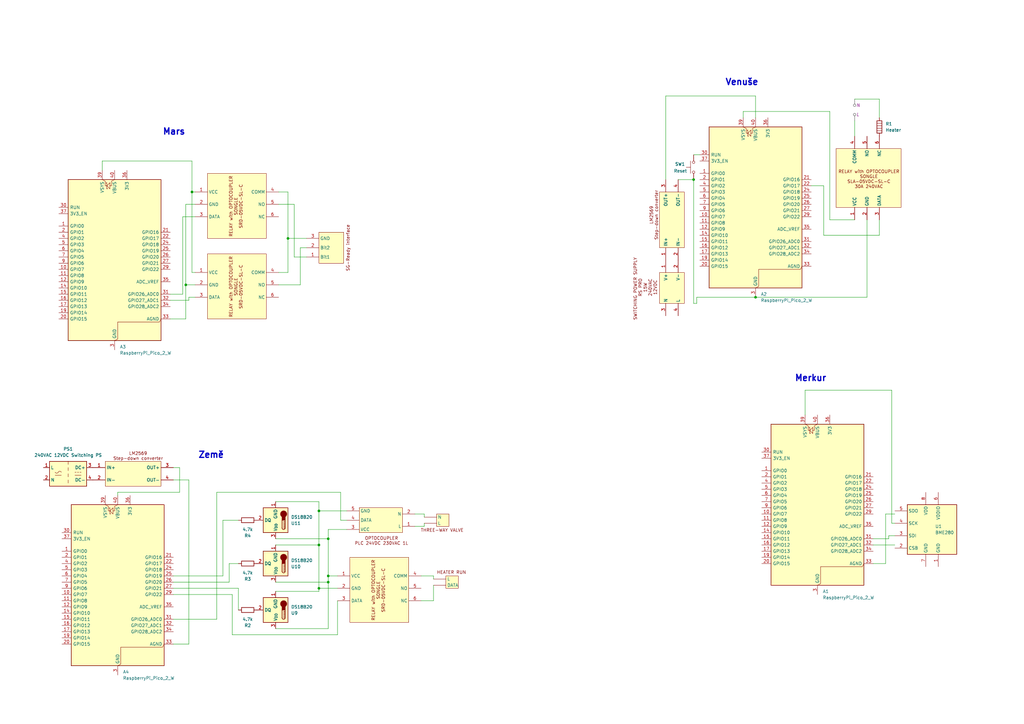
<source format=kicad_sch>
(kicad_sch (version 20250114) (generator "eeschema") (generator_version "9.0")
  (paper "A3")
  (title_block (title "Inteligentní řízení vytápění") (date "10.4.2026") (rev "1") (company "VOŠ a SPŠE Plzeň") (comment 1 "Moulis Vít"))
  (lib_symbols
    (symbol "Converter_ACDC:VTX-214-010-112"
      (property "Reference" "PS" (at 0 8.89 0))
      (property "Value" "VTX-214-010-112" (at 0 6.35 0))
      (symbol "VTX-214-010-112_0_1"
        (rectangle (start -7.62 5.08) (end 7.62 -5.08) (stroke (width 0.254)) (fill (type background)))
        (polyline (pts (xy -5.334 -0.635) (xy -2.794 -0.635)))
        (arc (start -4.064 0.635) (mid -4.699 0.2495) (end -5.334 0.635))
        (arc (start -4.064 0.635) (mid -3.429 1.0072) (end -2.794 0.635))
        (polyline (pts (xy 2.794 0.635) (xy 3.302 0.635)))
        (polyline (pts (xy 2.794 -0.635) (xy 5.334 -0.635)))
        (polyline (pts (xy 3.81 0.635) (xy 4.318 0.635)))
        (polyline (pts (xy 4.826 0.635) (xy 5.334 0.635)))
      )
      (symbol "VTX-214-010-112_1_1"
        (polyline (pts (xy 0 5.08) (xy 0 3.81)))
        (polyline (pts (xy 0 2.54) (xy 0 1.27)))
        (polyline (pts (xy 0 0) (xy 0 -1.27)))
        (polyline (pts (xy 0 -2.54) (xy 0 -3.81)))
        (pin power_in line (at -10.16 2.54 0) (length 2.54) (name "L") (number "1"))
        (pin power_in line (at -10.16 -2.54 0) (length 2.54) (name "N") (number "2"))
        (pin power_out line (at 10.16 2.54 180) (length 2.54) (name "DC+") (number "3"))
        (pin power_out line (at 10.16 -2.54 180) (length 2.54) (name "DC-") (number "4"))
      )
    )
    (symbol "Device:Heater" (pin_numbers (hide yes)) (pin_names (offset 0))
      (property "Reference" "R" (at 2.032 0 90))
      (property "Value" "Heater" (at -2.032 0 90))
      (symbol "Heater_0_1"
        (polyline (pts (xy -1.016 1.524) (xy 1.016 1.524)))
        (rectangle (start -1.016 -2.54) (end 1.016 2.54) (stroke (width 0.254)))
        (polyline (pts (xy 1.016 0.508) (xy -1.016 0.508)))
        (polyline (pts (xy 1.016 -0.508) (xy -1.016 -0.508)))
        (polyline (pts (xy 1.016 -1.524) (xy -1.016 -1.524)))
      )
      (symbol "Heater_1_1"
        (pin passive line (at 0 3.81 270) (length 1.27) (name "~") (number "1"))
        (pin passive line (at 0 -3.81 90) (length 1.27) (name "~") (number "2"))
      )
    )
    (symbol "Device:R" (pin_numbers (hide yes)) (pin_names (offset 0))
      (property "Reference" "R" (at 2.032 0 90))
      (property "Value" "R" (at 0 0 90))
      (symbol "R_0_1"
        (rectangle (start -1.016 -2.54) (end 1.016 2.54) (stroke (width 0.254)))
      )
      (symbol "R_1_1"
        (pin passive line (at 0 3.81 270) (length 1.27) (name "~") (number "1"))
        (pin passive line (at 0 -3.81 90) (length 1.27) (name "~") (number "2"))
      )
    )
    (symbol "MCU_Module:RaspberryPi_Pico_W" (pin_names (offset 0.762))
      (property "Reference" "A" (at -19.05 35.56 0))
      (property "Value" "RaspberryPi_Pico_W" (at 7.62 35.56 0))
      (symbol "RaspberryPi_Pico_W_0_1"
        (rectangle (start -19.05 34.29) (end 19.05 -31.75) (stroke (width 0.254)) (fill (type background)))
        (polyline (pts (xy -5.08 34.29) (xy -3.81 33.655) (xy -3.81 31.75) (xy -3.175 31.75)))
        (polyline (pts (xy -3.429 32.766) (xy -3.429 33.02) (xy -3.175 33.02) (xy -3.175 30.48) (xy -2.921 30.48) (xy -2.921 30.734)))
        (polyline (pts (xy -3.175 31.75) (xy -1.905 33.02) (xy -1.905 30.48) (xy -3.175 31.75)))
        (polyline (pts (xy 0 34.29) (xy -1.27 33.655) (xy -1.27 31.75) (xy -1.905 31.75)))
        (polyline (pts (xy 0 -31.75) (xy 1.27 -31.115) (xy 1.27 -24.13) (xy 18.415 -24.13) (xy 19.05 -22.86)))
      )
      (symbol "RaspberryPi_Pico_W_1_1"
        (pin passive line (at -22.86 22.86 0) (length 3.81) (name "RUN") (number "30"))
        (pin passive line (at -22.86 20.32 0) (length 3.81) (name "3V3_EN") (number "37"))
        (pin bidirectional line (at -22.86 15.24 0) (length 3.81) (name "GPIO0") (number "1"))
        (pin bidirectional line (at -22.86 12.7 0) (length 3.81) (name "GPIO1") (number "2"))
        (pin bidirectional line (at -22.86 10.16 0) (length 3.81) (name "GPIO2") (number "4"))
        (pin bidirectional line (at -22.86 7.62 0) (length 3.81) (name "GPIO3") (number "5"))
        (pin bidirectional line (at -22.86 5.08 0) (length 3.81) (name "GPIO4") (number "6"))
        (pin bidirectional line (at -22.86 2.54 0) (length 3.81) (name "GPIO5") (number "7"))
        (pin bidirectional line (at -22.86 0 0) (length 3.81) (name "GPIO6") (number "9"))
        (pin bidirectional line (at -22.86 -2.54 0) (length 3.81) (name "GPIO7") (number "10"))
        (pin bidirectional line (at -22.86 -5.08 0) (length 3.81) (name "GPIO8") (number "11"))
        (pin bidirectional line (at -22.86 -7.62 0) (length 3.81) (name "GPIO9") (number "12"))
        (pin bidirectional line (at -22.86 -10.16 0) (length 3.81) (name "GPIO10") (number "14"))
        (pin bidirectional line (at -22.86 -12.7 0) (length 3.81) (name "GPIO11") (number "15"))
        (pin bidirectional line (at -22.86 -15.24 0) (length 3.81) (name "GPIO12") (number "16"))
        (pin bidirectional line (at -22.86 -17.78 0) (length 3.81) (name "GPIO13") (number "17"))
        (pin bidirectional line (at -22.86 -20.32 0) (length 3.81) (name "GPIO14") (number "19"))
        (pin bidirectional line (at -22.86 -22.86 0) (length 3.81) (name "GPIO15") (number "20"))
        (pin power_in line (at -5.08 38.1 270) (length 3.81) (name "VSYS") (number "39"))
        (pin power_out line (at 0 38.1 270) (length 3.81) (name "VBUS") (number "40"))
        (pin passive line (at 0 -35.56 90) (length 3.81) (hide yes) (name "GND") (number "13"))
        (pin passive line (at 0 -35.56 90) (length 3.81) (hide yes) (name "GND") (number "18"))
        (pin passive line (at 0 -35.56 90) (length 3.81) (hide yes) (name "GND") (number "23"))
        (pin passive line (at 0 -35.56 90) (length 3.81) (hide yes) (name "GND") (number "28"))
        (pin power_out line (at 0 -35.56 90) (length 3.81) (name "GND") (number "3"))
        (pin passive line (at 0 -35.56 90) (length 3.81) (hide yes) (name "GND") (number "38"))
        (pin passive line (at 0 -35.56 90) (length 3.81) (hide yes) (name "GND") (number "8"))
        (pin power_out line (at 5.08 38.1 270) (length 3.81) (name "3V3") (number "36"))
        (pin bidirectional line (at 22.86 12.7 180) (length 3.81) (name "GPIO16") (number "21"))
        (pin bidirectional line (at 22.86 10.16 180) (length 3.81) (name "GPIO17") (number "22"))
        (pin bidirectional line (at 22.86 7.62 180) (length 3.81) (name "GPIO18") (number "24"))
        (pin bidirectional line (at 22.86 5.08 180) (length 3.81) (name "GPIO19") (number "25"))
        (pin bidirectional line (at 22.86 2.54 180) (length 3.81) (name "GPIO20") (number "26"))
        (pin bidirectional line (at 22.86 0 180) (length 3.81) (name "GPIO21") (number "27"))
        (pin bidirectional line (at 22.86 -2.54 180) (length 3.81) (name "GPIO22") (number "29"))
        (pin power_in line (at 22.86 -7.62 180) (length 3.81) (name "ADC_VREF") (number "35"))
        (pin bidirectional line (at 22.86 -12.7 180) (length 3.81) (name "GPIO26_ADC0") (number "31"))
        (pin bidirectional line (at 22.86 -15.24 180) (length 3.81) (name "GPIO27_ADC1") (number "32"))
        (pin bidirectional line (at 22.86 -17.78 180) (length 3.81) (name "GPIO28_ADC2") (number "34"))
        (pin power_out line (at 22.86 -22.86 180) (length 3.81) (name "AGND") (number "33"))
      )
    )
    (symbol "Sensor:BME280"
      (property "Reference" "U" (at -8.89 11.43 0))
      (property "Value" "BME280" (at 7.62 11.43 0))
      (symbol "BME280_0_1"
        (rectangle (start -10.16 10.16) (end 10.16 -10.16) (stroke (width 0.254)) (fill (type background)))
      )
      (symbol "BME280_1_1"
        (pin power_in line (at -2.54 15.24 270) (length 5.08) (name "VDDIO") (number "6"))
        (pin power_in line (at -2.54 -15.24 90) (length 5.08) (name "GND") (number "1"))
        (pin power_in line (at 2.54 15.24 270) (length 5.08) (name "VDD") (number "8"))
        (pin power_in line (at 2.54 -15.24 90) (length 5.08) (name "GND") (number "7"))
        (pin bidirectional line (at 15.24 7.62 180) (length 5.08) (name "SDO") (number "5"))
        (pin input line (at 15.24 2.54 180) (length 5.08) (name "SCK") (number "4"))
        (pin bidirectional line (at 15.24 -2.54 180) (length 5.08) (name "SDI") (number "3"))
        (pin input line (at 15.24 -7.62 180) (length 5.08) (name "CSB") (number "2"))
      )
    )
    (symbol "Sensor_Temperature:DS18B20"
      (property "Reference" "U" (at -3.81 6.35 0))
      (property "Value" "DS18B20" (at 6.35 6.35 0))
      (symbol "DS18B20_0_1"
        (rectangle (start -5.08 5.08) (end 5.08 -5.08) (stroke (width 0.254)) (fill (type background)))
        (polyline (pts (xy -3.937 3.175) (xy -3.937 0)) (stroke (width 0.254)))
        (polyline (pts (xy -3.937 3.175) (xy -3.302 3.175)) (stroke (width 0.254)))
        (polyline (pts (xy -3.937 2.54) (xy -3.302 2.54)) (stroke (width 0.254)))
        (polyline (pts (xy -3.937 1.905) (xy -3.302 1.905)) (stroke (width 0.254)))
        (polyline (pts (xy -3.937 1.27) (xy -3.302 1.27)) (stroke (width 0.254)))
        (polyline (pts (xy -3.937 0.635) (xy -3.302 0.635)) (stroke (width 0.254)))
        (arc (start -3.937 3.175) (mid -3.302 3.8073) (end -2.667 3.175) (stroke (width 0.254)))
        (circle (center -3.302 -2.54) (radius 1.27) (stroke (width 0.254)) (fill (type outline)))
        (polyline (pts (xy -2.667 3.175) (xy -2.667 0)) (stroke (width 0.254)))
        (rectangle (start -2.667 -1.905) (end -3.937 0) (stroke (width 0.254)) (fill (type outline)))
      )
      (symbol "DS18B20_1_1"
        (pin power_in line (at 0 7.62 270) (length 2.54) (name "V_{DD}") (number "3"))
        (pin power_in line (at 0 -7.62 90) (length 2.54) (name "GND") (number "1"))
        (pin bidirectional line (at 7.62 0 180) (length 2.54) (name "DQ") (number "2"))
      )
    )
    (symbol "Switch:SW_Push" (pin_numbers (hide yes)) (pin_names (offset 1.016) (hide yes))
      (property "Reference" "SW" (at 1.27 2.54 0))
      (property "Value" "SW_Push" (at 0 -1.524 0))
      (symbol "SW_Push_0_1"
        (circle (center -2.032 0) (radius 0.508))
        (polyline (pts (xy 0 1.27) (xy 0 3.048)))
        (circle (center 2.032 0) (radius 0.508))
        (polyline (pts (xy 2.54 1.27) (xy -2.54 1.27)))
        (pin passive line (at -5.08 0 0) (length 2.54) (name "1") (number "1"))
        (pin passive line (at 5.08 0 180) (length 2.54) (name "2") (number "2"))
      )
    )
    (symbol "_custom:LM2569"
      (property "Reference" "LM2569" (at 0 -0.254 0))
      (symbol "LM2569_0_1"
        (rectangle (start -11.43 5.08) (end 11.43 -5.08) (fill (type background)))
      )
      (symbol "LM2569_1_1"
        (text "LM2569\nStep-down converter" (at 2.032 7.366 0) (effects (font (size 1.27 1.27))))
        (pin power_in line (at -16.51 2.54 0) (length 5.08) (name "IN+") (number "1"))
        (pin power_in line (at -16.51 -2.54 0) (length 5.08) (name "IN-") (number "2"))
        (pin power_out line (at 16.51 2.54 180) (length 5.08) (name "OUT+") (number "3"))
        (pin power_out line (at 16.51 -2.54 180) (length 5.08) (name "OUT-") (number "4"))
      )
    )
    (symbol "_custom:Rele"
      (symbol "Rele_0_1"
        (rectangle (start -13.97 10.16) (end 12.7 -13.97) (fill (type background)))
      )
      (symbol "Rele_1_1"
        (text "RELAY with OPTOCOUPLER\nSONGLE\nSRD-05VDC-SL-C" (at -0.508 -2.286 0) (effects (font (size 1.27 1.27))))
        (pin output line (at -6.35 15.24 270) (length 5.08) (name "COMM") (number "4"))
        (pin power_out line (at -6.35 -19.05 90) (length 5.08) (name "VCC") (number "1"))
        (pin output line (at -1.27 15.24 270) (length 5.08) (name "NO") (number "5"))
        (pin power_out line (at -1.27 -19.05 90) (length 5.08) (name "GND") (number "2"))
        (pin output line (at 3.81 15.24 270) (length 5.08) (name "NC") (number "6"))
        (pin input line (at 3.81 -19.05 90) (length 5.08) (name "DATA") (number "3"))
      )
    )
    (symbol "_custom:SG-READY"
      (symbol "SG-READY_0_1"
        (rectangle (start -6.35 5.08) (end 6.35 -5.08) (fill (type background)))
      )
      (symbol "SG-READY_1_1"
        (text "SG-Ready interface" (at 0 -6.858 0) (effects (font (size 1.27 1.27))))
        (pin input line (at -3.81 10.16 270) (length 5.08) (name "Bit1") (number "1"))
        (pin input line (at 0 10.16 270) (length 5.08) (name "Bit2") (number "2"))
        (pin power_in line (at 3.81 10.16 270) (length 5.08) (name "GND") (number "3"))
      )
    )
    (symbol "_custom:Stykač"
      (symbol "Stykač_0_1"
        (rectangle (start -13.97 10.16) (end 12.7 -13.97) (fill (type background)))
      )
      (symbol "Stykač_1_1"
        (text "RELAY with OPTOCOUPLER\nSONGLE\nSLA-05VDC-SL-C\n30A 240VAC" (at -0.508 -2.286 0) (effects (font (size 1.27 1.27))))
        (pin output line (at -6.35 15.24 270) (length 5.08) (name "COMM") (number "4"))
        (pin power_out line (at -6.35 -19.05 90) (length 5.08) (name "VCC") (number "1"))
        (pin output line (at -1.27 15.24 270) (length 5.08) (name "NO") (number "5"))
        (pin power_out line (at -1.27 -19.05 90) (length 5.08) (name "GND") (number "2"))
        (pin output line (at 3.81 15.24 270) (length 5.08) (name "NC") (number "6"))
        (pin input line (at 3.81 -19.05 90) (length 5.08) (name "DATA") (number "3"))
      )
    )
    (symbol "_custom:kotel_bypass"
      (symbol "kotel_bypass_0_1"
        (rectangle (start -2.54 2.54) (end 2.54 -2.54) (fill (type background)))
      )
      (symbol "kotel_bypass_1_1"
        (text "HEATER RUN" (at 0.254 4.064 0) (effects (font (size 1.27 1.27))))
        (pin output line (at 7.62 1.27 180) (length 5.08) (name "L") (number ""))
        (pin input line (at 7.62 -1.27 180) (length 5.08) (name "DATA") (number ""))
      )
    )
    (symbol "_custom:optočlen"
      (symbol "optočlen_0_1"
        (rectangle (start -8.89 5.08) (end 8.89 -5.08) (fill (type background)))
      )
      (symbol "optočlen_1_1"
        (text "OPTOCOUPLER\nPLC 24VDC 230VAC 1L" (at -0.254 8.382 0) (effects (font (size 1.27 1.27))))
        (pin input line (at -13.97 2.54 0) (length 5.08) (name "L") (number "1"))
        (pin input line (at -13.97 -2.54 0) (length 5.08) (name "N") (number "2"))
        (pin input line (at 13.97 3.81 180) (length 5.08) (name "VCC") (number "3"))
        (pin output line (at 13.97 0 180) (length 5.08) (name "DATA") (number "4"))
        (pin input line (at 13.97 -3.81 180) (length 5.08) (name "GND") (number "5"))
      )
    )
    (symbol "_custom:ventil"
      (symbol "ventil_1_1"
        (rectangle (start -2.54 2.54) (end 2.54 -2.54) (fill (type background)))
        (text "THREE-WAY VALVE" (at 0.254 4.064 0) (effects (font (size 1.27 1.27))))
        (pin output line (at 7.62 1.27 180) (length 5.08) (name "L") (number ""))
        (pin output line (at 7.62 -1.27 180) (length 5.08) (name "N") (number ""))
      )
    )
    (symbol "_custom:zdroj"
      (symbol "zdroj_1_1"
        (rectangle (start -3.81 6.35) (end 6.35 -6.35) (fill (type background)))
        (text "SWITCHING POWER SUPPLY \nRS PRO\n15W\n240VAC\n12VDC" (at -9.652 0.254 900) (effects (font (size 1.27 1.27))))
        (pin power_out line (at -1.27 11.43 270) (length 5.08) (name "V+") (number "1"))
        (pin power_in line (at -1.27 -11.43 90) (length 5.08) (name "N") (number "3"))
        (pin power_out line (at 3.81 11.43 270) (length 5.08) (name "V-") (number "2"))
        (pin power_in line (at 3.81 -11.43 90) (length 5.08) (name "L") (number "4"))
      )
    )
  )
  (text "Mars" (at 71.374 54.102 0) (effects (font (size 2.54 2.54) (thickness 0.508) (bold yes))))
  (text "Země" (at 86.614 186.69 0) (effects (font (size 2.54 2.54) (thickness 0.508) (bold yes))))
  (text "Merkur" (at 332.486 155.194 0) (effects (font (size 2.54 2.54) (thickness 0.508) (bold yes))))
  (text "Venuše" (at 304.292 33.782 0) (effects (font (size 2.54 2.54) (thickness 0.508) (bold yes))))
  (junction (at 76.2 116.84))
  (junction (at 134.62 220.98))
  (junction (at 130.81 241.3))
  (junction (at 284.48 73.66))
  (junction (at 78.74 78.74))
  (junction (at 130.81 209.55))
  (junction (at 118.11 97.79))
  (junction (at 134.62 236.22))
  (junction (at 309.88 121.92))
  (junction (at 134.62 238.76))
  (junction (at 130.81 223.52))
  (wire (pts (xy 78.74 66.04) (xy 78.74 78.74)))
  (wire (pts (xy 77.47 196.85) (xy 77.47 264.16)))
  (wire (pts (xy 134.62 236.22) (xy 138.43 236.22)))
  (wire (pts (xy 350.52 40.64) (xy 360.68 40.64)))
  (wire (pts (xy 123.19 101.6) (xy 125.73 101.6)))
  (wire (pts (xy 360.68 40.64) (xy 360.68 48.26)))
  (wire (pts (xy 71.12 241.3) (xy 97.79 241.3)))
  (wire (pts (xy 71.12 243.84) (xy 95.25 243.84)))
  (wire (pts (xy 340.36 45.72) (xy 340.36 90.17)))
  (wire (pts (xy 130.81 209.55) (xy 130.81 223.52)))
  (wire (pts (xy 142.24 217.17) (xy 134.62 217.17)))
  (wire (pts (xy 78.74 111.76) (xy 80.01 111.76)))
  (wire (pts (xy 71.12 238.76) (xy 93.98 238.76)))
  (wire (pts (xy 76.2 130.81) (xy 76.2 116.84)))
  (wire (pts (xy 139.7 213.36) (xy 142.24 213.36)))
  (wire (pts (xy 69.85 130.81) (xy 76.2 130.81)))
  (wire (pts (xy 139.7 201.93) (xy 139.7 213.36)))
  (wire (pts (xy 113.03 205.74) (xy 130.81 205.74)))
  (wire (pts (xy 285.75 121.92) (xy 309.88 121.92)))
  (wire (pts (xy 337.82 96.52) (xy 337.82 76.2)))
  (wire (pts (xy 95.25 243.84) (xy 95.25 260.35)))
  (wire (pts (xy 77.47 264.16) (xy 71.12 264.16)))
  (wire (pts (xy 120.65 83.82) (xy 120.65 105.41)))
  (wire (pts (xy 114.3 83.82) (xy 120.65 83.82)))
  (wire (pts (xy 172.72 246.38) (xy 177.8 246.38)))
  (wire (pts (xy 91.44 213.36) (xy 97.79 213.36)))
  (wire (pts (xy 123.19 116.84) (xy 123.19 101.6)))
  (wire (pts (xy 363.22 231.14) (xy 363.22 210.82)))
  (wire (pts (xy 358.14 220.98) (xy 364.49 220.98)))
  (wire (pts (xy 337.82 76.2) (xy 332.74 76.2)))
  (wire (pts (xy 41.91 66.04) (xy 78.74 66.04)))
  (wire (pts (xy 170.18 215.9) (xy 173.99 215.9)))
  (wire (pts (xy 364.49 219.71) (xy 367.03 219.71)))
  (wire (pts (xy 134.62 220.98) (xy 134.62 236.22)))
  (wire (pts (xy 88.9 254) (xy 88.9 201.93)))
  (wire (pts (xy 74.93 88.9) (xy 80.01 88.9)))
  (wire (pts (xy 130.81 223.52) (xy 130.81 241.3)))
  (wire (pts (xy 358.14 223.52) (xy 367.03 223.52)))
  (wire (pts (xy 360.68 96.52) (xy 337.82 96.52)))
  (wire (pts (xy 360.68 90.17) (xy 360.68 96.52)))
  (wire (pts (xy 177.8 236.22) (xy 177.8 237.49)))
  (wire (pts (xy 134.62 217.17) (xy 134.62 220.98)))
  (wire (pts (xy 118.11 97.79) (xy 125.73 97.79)))
  (wire (pts (xy 114.3 78.74) (xy 118.11 78.74)))
  (wire (pts (xy 76.2 116.84) (xy 76.2 83.82)))
  (wire (pts (xy 71.12 196.85) (xy 77.47 196.85)))
  (wire (pts (xy 130.81 209.55) (xy 142.24 209.55)))
  (wire (pts (xy 48.26 201.93) (xy 48.26 203.2)))
  (wire (pts (xy 93.98 238.76) (xy 93.98 231.14)))
  (wire (pts (xy 173.99 215.9) (xy 173.99 214.63)))
  (wire (pts (xy 340.36 90.17) (xy 350.52 90.17)))
  (wire (pts (xy 71.12 254) (xy 88.9 254)))
  (wire (pts (xy 91.44 236.22) (xy 91.44 213.36)))
  (wire (pts (xy 363.22 210.82) (xy 367.03 210.82)))
  (wire (pts (xy 113.03 242.57) (xy 130.81 242.57)))
  (wire (pts (xy 134.62 236.22) (xy 134.62 238.76)))
  (wire (pts (xy 88.9 201.93) (xy 139.7 201.93)))
  (wire (pts (xy 76.2 83.82) (xy 80.01 83.82)))
  (wire (pts (xy 278.13 73.66) (xy 284.48 73.66)))
  (wire (pts (xy 138.43 260.35) (xy 138.43 246.38)))
  (wire (pts (xy 172.72 236.22) (xy 177.8 236.22)))
  (wire (pts (xy 273.05 73.66) (xy 273.05 39.37)))
  (wire (pts (xy 365.76 160.02) (xy 365.76 214.63)))
  (wire (pts (xy 130.81 205.74) (xy 130.81 209.55)))
  (wire (pts (xy 69.85 123.19) (xy 77.47 123.19)))
  (wire (pts (xy 284.48 73.66) (xy 284.48 124.46)))
  (wire (pts (xy 77.47 121.92) (xy 80.01 121.92)))
  (wire (pts (xy 365.76 214.63) (xy 367.03 214.63)))
  (wire (pts (xy 76.2 116.84) (xy 80.01 116.84)))
  (wire (pts (xy 330.2 170.18) (xy 330.2 160.02)))
  (wire (pts (xy 93.98 231.14) (xy 97.79 231.14)))
  (wire (pts (xy 304.8 48.26) (xy 304.8 45.72)))
  (wire (pts (xy 350.52 49.53) (xy 350.52 55.88)))
  (wire (pts (xy 120.65 105.41) (xy 125.73 105.41)))
  (wire (pts (xy 78.74 78.74) (xy 78.74 111.76)))
  (wire (pts (xy 309.88 39.37) (xy 309.88 48.26)))
  (wire (pts (xy 41.91 69.85) (xy 41.91 66.04)))
  (wire (pts (xy 118.11 111.76) (xy 118.11 97.79)))
  (wire (pts (xy 73.66 201.93) (xy 48.26 201.93)))
  (wire (pts (xy 97.79 241.3) (xy 97.79 250.19)))
  (wire (pts (xy 77.47 123.19) (xy 77.47 121.92)))
  (wire (pts (xy 95.25 260.35) (xy 138.43 260.35)))
  (wire (pts (xy 118.11 78.74) (xy 118.11 97.79)))
  (wire (pts (xy 170.18 210.82) (xy 173.99 210.82)))
  (wire (pts (xy 134.62 238.76) (xy 134.62 257.81)))
  (wire (pts (xy 130.81 223.52) (xy 113.03 223.52)))
  (wire (pts (xy 114.3 116.84) (xy 123.19 116.84)))
  (wire (pts (xy 273.05 39.37) (xy 309.88 39.37)))
  (wire (pts (xy 69.85 120.65) (xy 74.93 120.65)))
  (wire (pts (xy 177.8 246.38) (xy 177.8 240.03)))
  (wire (pts (xy 73.66 191.77) (xy 73.66 201.93)))
  (wire (pts (xy 173.99 210.82) (xy 173.99 212.09)))
  (wire (pts (xy 284.48 63.5) (xy 287.02 63.5)))
  (wire (pts (xy 113.03 220.98) (xy 134.62 220.98)))
  (wire (pts (xy 113.03 238.76) (xy 134.62 238.76)))
  (wire (pts (xy 285.75 124.46) (xy 285.75 121.92)))
  (wire (pts (xy 304.8 45.72) (xy 340.36 45.72)))
  (wire (pts (xy 78.74 78.74) (xy 80.01 78.74)))
  (wire (pts (xy 355.6 121.92) (xy 355.6 90.17)))
  (wire (pts (xy 71.12 191.77) (xy 73.66 191.77)))
  (wire (pts (xy 358.14 231.14) (xy 363.22 231.14)))
  (wire (pts (xy 130.81 242.57) (xy 130.81 241.3)))
  (wire (pts (xy 138.43 241.3) (xy 130.81 241.3)))
  (wire (pts (xy 284.48 124.46) (xy 285.75 124.46)))
  (wire (pts (xy 74.93 120.65) (xy 74.93 88.9)))
  (wire (pts (xy 364.49 219.71) (xy 364.49 220.98)))
  (wire (pts (xy 114.3 111.76) (xy 118.11 111.76)))
  (wire (pts (xy 71.12 236.22) (xy 91.44 236.22)))
  (wire (pts (xy 330.2 160.02) (xy 365.76 160.02)))
  (wire (pts (xy 309.88 121.92) (xy 355.6 121.92)))
  (wire (pts (xy 134.62 257.81) (xy 113.03 257.81)))
  (netclass_flag "" (length 2.54) (shape round) (at 350.52 40.64 180) (property "Component Class" "N" (at 351.2185 43.18 0) (effects (font (italic yes)) (justify left))))
  (netclass_flag "" (length 2.54) (shape round) (at 350.52 49.53 0) (property "Component Class" "L" (at 351.2185 46.99 0) (effects (font (italic yes)) (justify left))))
  (symbol (lib_id "MCU_Module:RaspberryPi_Pico_W") (at 309.88 86.36 0) (unit 1)
    (property "Reference" "A2" (at 312.0233 120.65 0) (effects (justify left)))
    (property "Value" "RaspberryPi_Pico_2_W" (at 312.0233 123.19 0) (effects (justify left)))
    (property "Footprint" "Module:RaspberryPi_Pico_W_SMD_HandSolder" (effects (hide yes)))
    (property "Datasheet" "https://datasheets.raspberrypi.com/picow/pico-w-datasheet.pdf" (effects (hide yes)))
    (property "Description" "Versatile and inexpensive wireless microcontroller module powered by RP2040 dual-core Arm Cortex-M0+ processor up to 133 MHz, 264kB SRAM, 2MB QSPI flash, Infineon CYW43439 2.4GHz 802.11n wireless LAN; also supports Raspberry Pi Pico 2 W" (effects (hide yes)))
  )
  (symbol (lib_id "MCU_Module:RaspberryPi_Pico_W") (at 46.99 107.95 0) (unit 1)
    (property "Reference" "A3" (at 49.1333 142.24 0) (effects (justify left)))
    (property "Value" "RaspberryPi_Pico_2_W" (at 49.1333 144.78 0) (effects (justify left)))
    (property "Footprint" "Module:RaspberryPi_Pico_W_SMD_HandSolder" (effects (hide yes)))
    (property "Datasheet" "https://datasheets.raspberrypi.com/picow/pico-w-datasheet.pdf" (effects (hide yes)))
    (property "Description" "Versatile and inexpensive wireless microcontroller module powered by RP2040 dual-core Arm Cortex-M0+ processor up to 133 MHz, 264kB SRAM, 2MB QSPI flash, Infineon CYW43439 2.4GHz 802.11n wireless LAN; also supports Raspberry Pi Pico 2 W" (effects (hide yes)))
  )
  (symbol (lib_id "Device:Heater") (at 360.68 52.07 180) (unit 1)
    (property "Reference" "R1" (at 363.22 50.7999 0) (effects (justify right)))
    (property "Value" "Heater" (at 363.22 53.3399 0) (effects (justify right)))
    (property "Description" "Resistive heater" (effects (hide yes)))
  )
  (symbol (lib_id "_custom:LM2569") (at 275.59 90.17 90) (unit 1)
    (property "Reference" "LM1" (effects (hide yes)))
  )
  (symbol (lib_id "Switch:SW_Push") (at 284.48 68.58 90) (unit 1)
    (property "Reference" "SW1" (at 276.86 67.31 90) (effects (justify right)))
    (property "Value" "Reset" (at 276.352 70.104 90) (effects (justify right)))
    (property "Description" "Push button switch, generic, two pins" (effects (hide yes)))
  )
  (symbol (lib_id "Converter_ACDC:VTX-214-010-112") (at 27.94 194.31 0) (unit 1)
    (property "Reference" "PS1" (at 27.94 184.15 0))
    (property "Value" "240VAC 12VDC Switching PS" (at 27.94 186.69 0))
    (property "Footprint" "Converter_ACDC:Converter_ACDC_Vigortronix_VTX-214-010-1xx_THT" (effects (hide yes)))
    (property "Datasheet" "http://www.vigortronix.com/10WattACDCPCBPowerModule.aspx" (effects (hide yes)))
    (property "Description" "12V Vigortronix 10W ACDC Converters" (effects (hide yes)))
  )
  (symbol (lib_id "_custom:kotel_bypass") (at 185.42 238.76 0) (mirror y) (unit 1)
    (property "Reference" "U13" (effects (hide yes)))
  )
  (symbol (lib_id "_custom:Stykač") (at 356.87 71.12 0) (unit 1)
    (property "Reference" "U2" (effects (hide yes)))
  )
  (symbol (lib_id "_custom:Rele") (at 99.06 118.11 270) (unit 1)
    (property "Reference" "U5" (effects (hide yes)))
  )
  (symbol (lib_id "Sensor_Temperature:DS18B20") (at 113.03 250.19 180) (unit 1)
    (property "Reference" "U9" (at 119.38 251.4601 0) (effects (justify right)))
    (property "Value" "DS18B20" (at 119.38 248.9201 0) (effects (justify right)))
    (property "Footprint" "Package_TO_SOT_THT:TO-92_Inline" (effects (hide yes)))
    (property "Datasheet" "http://datasheets.maximintegrated.com/en/ds/DS18B20.pdf" (effects (hide yes)))
    (property "Description" "Programmable Resolution 1-Wire Digital Thermometer TO-92" (effects (hide yes)))
  )
  (symbol (lib_id "Device:R") (at 101.6 231.14 270) (unit 1)
    (property "Reference" "R3" (at 101.6 237.49 90))
    (property "Value" "4.7k" (at 101.6 234.95 90))
    (property "Description" "Resistor" (effects (hide yes)))
  )
  (symbol (lib_id "Sensor_Temperature:DS18B20") (at 113.03 213.36 180) (unit 1)
    (property "Reference" "U11" (at 119.38 214.6301 0) (effects (justify right)))
    (property "Value" "DS18B20" (at 119.38 212.0901 0) (effects (justify right)))
    (property "Footprint" "Package_TO_SOT_THT:TO-92_Inline" (effects (hide yes)))
    (property "Datasheet" "http://datasheets.maximintegrated.com/en/ds/DS18B20.pdf" (effects (hide yes)))
    (property "Description" "Programmable Resolution 1-Wire Digital Thermometer TO-92" (effects (hide yes)))
  )
  (symbol (lib_id "MCU_Module:RaspberryPi_Pico_W") (at 335.28 208.28 0) (unit 1)
    (property "Reference" "A1" (at 337.4233 242.57 0) (effects (justify left)))
    (property "Value" "RaspberryPi_Pico_2_W" (at 337.4233 245.11 0) (effects (justify left)))
    (property "Footprint" "Module:RaspberryPi_Pico_W_SMD_HandSolder" (effects (hide yes)))
    (property "Datasheet" "https://datasheets.raspberrypi.com/picow/pico-w-datasheet.pdf" (effects (hide yes)))
    (property "Description" "Versatile and inexpensive wireless microcontroller module powered by RP2040 dual-core Arm Cortex-M0+ processor up to 133 MHz, 264kB SRAM, 2MB QSPI flash, Infineon CYW43439 2.4GHz 802.11n wireless LAN; also supports Raspberry Pi Pico 2 W" (effects (hide yes)))
  )
  (symbol (lib_id "MCU_Module:RaspberryPi_Pico_W") (at 48.26 241.3 0) (unit 1)
    (property "Reference" "A4" (at 50.4033 275.59 0) (effects (justify left)))
    (property "Value" "RaspberryPi_Pico_2_W" (at 50.4033 278.13 0) (effects (justify left)))
    (property "Footprint" "Module:RaspberryPi_Pico_W_SMD_HandSolder" (effects (hide yes)))
    (property "Datasheet" "https://datasheets.raspberrypi.com/picow/pico-w-datasheet.pdf" (effects (hide yes)))
    (property "Description" "Versatile and inexpensive wireless microcontroller module powered by RP2040 dual-core Arm Cortex-M0+ processor up to 133 MHz, 264kB SRAM, 2MB QSPI flash, Infineon CYW43439 2.4GHz 802.11n wireless LAN; also supports Raspberry Pi Pico 2 W" (effects (hide yes)))
  )
  (symbol (lib_id "_custom:LM2569") (at 54.61 194.31 0) (unit 1)
    (property "Reference" "LM2" (effects (hide yes)))
  )
  (symbol (lib_id "_custom:zdroj") (at 274.32 118.11 0) (unit 1)
    (property "Reference" "U3" (effects (hide yes)))
  )
  (symbol (lib_id "Device:R") (at 101.6 250.19 270) (unit 1)
    (property "Reference" "R2" (at 101.6 256.54 90))
    (property "Value" "4.7k" (at 101.6 254 90))
    (property "Description" "Resistor" (effects (hide yes)))
  )
  (symbol (lib_id "Device:R") (at 101.6 213.36 270) (unit 1)
    (property "Reference" "R4" (at 101.6 219.71 90))
    (property "Value" "4.7k" (at 101.6 217.17 90))
    (property "Description" "Resistor" (effects (hide yes)))
  )
  (symbol (lib_id "_custom:optočlen") (at 156.21 213.36 180) (unit 1)
    (property "Reference" "U8" (effects (hide yes)))
  )
  (symbol (lib_id "_custom:ventil") (at 181.61 213.36 180) (unit 1)
    (property "Reference" "U12" (effects (hide yes)))
  )
  (symbol (lib_id "_custom:Rele") (at 157.48 242.57 270) (unit 1)
    (property "Reference" "U7" (effects (hide yes)))
  )
  (symbol (lib_id "_custom:Rele") (at 99.06 85.09 270) (unit 1)
    (property "Reference" "U4" (effects (hide yes)))
  )
  (symbol (lib_id "Sensor:BME280") (at 382.27 217.17 0) (mirror y) (unit 1)
    (property "Reference" "U1" (at 383.54 215.8999 0) (effects (justify right)))
    (property "Value" "BME280" (at 383.54 218.4399 0) (effects (justify right)))
    (property "Footprint" "Package_LGA:Bosch_LGA-8_2.5x2.5mm_P0.65mm_ClockwisePinNumbering" (effects (hide yes)))
    (property "Datasheet" "https://www.bosch-sensortec.com/media/boschsensortec/downloads/datasheets/bst-bme280-ds002.pdf" (effects (hide yes)))
    (property "Description" "3-in-1 sensor, humidity, pressure, temperature, I2C and SPI interface, 1.71-3.6V, LGA-8" (effects (hide yes)))
  )
  (symbol (lib_id "_custom:SG-READY") (at 135.89 101.6 90) (unit 1)
    (property "Reference" "U6" (effects (hide yes)))
  )
  (symbol (lib_id "Sensor_Temperature:DS18B20") (at 113.03 231.14 180) (unit 1)
    (property "Reference" "U10" (at 119.38 232.4101 0) (effects (justify right)))
    (property "Value" "DS18B20" (at 119.38 229.8701 0) (effects (justify right)))
    (property "Footprint" "Package_TO_SOT_THT:TO-92_Inline" (effects (hide yes)))
    (property "Datasheet" "http://datasheets.maximintegrated.com/en/ds/DS18B20.pdf" (effects (hide yes)))
    (property "Description" "Programmable Resolution 1-Wire Digital Thermometer TO-92" (effects (hide yes)))
  )
)
</source>
